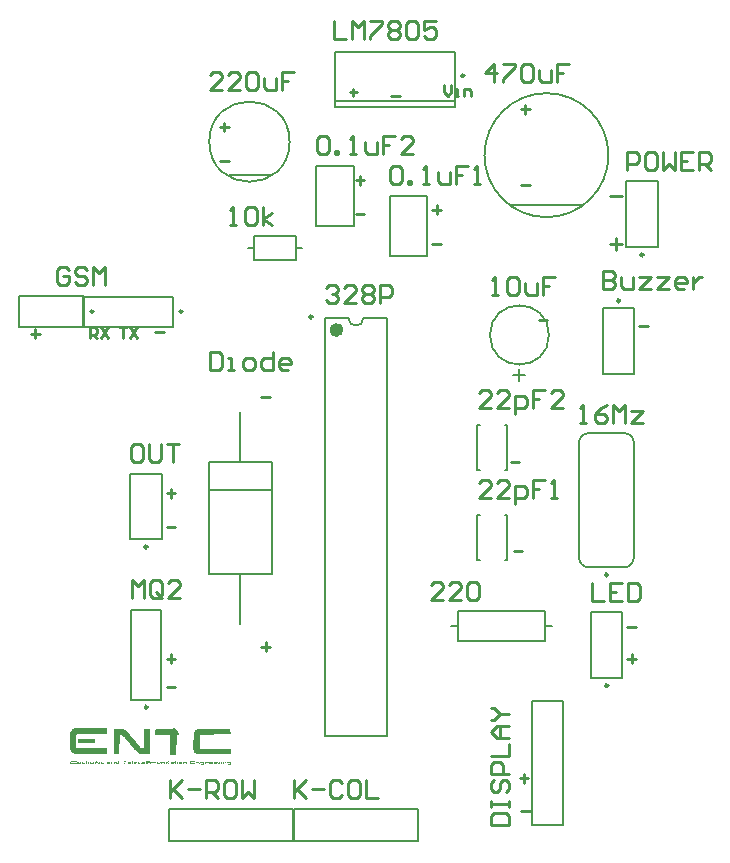
<source format=gto>
G04*
G04 #@! TF.GenerationSoftware,Altium Limited,Altium Designer,22.5.1 (42)*
G04*
G04 Layer_Color=65535*
%FSLAX44Y44*%
%MOMM*%
G71*
G04*
G04 #@! TF.SameCoordinates,3BE08D2E-9295-4D5D-90EC-08E0B097B468*
G04*
G04*
G04 #@! TF.FilePolarity,Positive*
G04*
G01*
G75*
%ADD10C,0.2500*%
%ADD11C,0.2000*%
%ADD12C,0.6000*%
%ADD13C,0.1500*%
%ADD14C,0.2540*%
G36*
X154299Y107493D02*
X154604Y107188D01*
X155368Y106729D01*
X155979Y106118D01*
X156208Y106042D01*
X156361Y105736D01*
X156819Y105278D01*
X157125Y104514D01*
X157278Y104208D01*
X157736Y103139D01*
X157583Y102069D01*
X157049Y101840D01*
X156590Y101993D01*
X156055Y101764D01*
X155903Y101153D01*
X155750Y84805D01*
X155521Y84576D01*
X151549D01*
X150938Y84729D01*
X150708Y84958D01*
X150555Y101000D01*
X150174Y101382D01*
X138104Y101535D01*
X137875Y101764D01*
X138028Y106042D01*
X138257Y106271D01*
X152465Y106424D01*
X152771Y107188D01*
X153229Y107646D01*
X154299Y107493D01*
D02*
G37*
G36*
X86465Y98021D02*
X86694Y97792D01*
X86542Y95195D01*
Y95042D01*
X86465Y94812D01*
X85854Y94660D01*
X84785Y94812D01*
X73097Y94736D01*
X72792Y94889D01*
X72639Y96111D01*
X72792Y96569D01*
X72639Y97639D01*
X72792Y97944D01*
X73021Y98174D01*
X86465Y98021D01*
D02*
G37*
G36*
X96854Y107188D02*
X97007Y103368D01*
X97083Y102986D01*
X96701Y102451D01*
X71340Y102299D01*
X70806Y101306D01*
X70958Y91222D01*
X71340Y90688D01*
X72410Y90535D01*
X96854Y90382D01*
X97083Y90153D01*
X97160Y86104D01*
X96854Y85646D01*
X96243Y85493D01*
X69812Y85646D01*
X68743Y86104D01*
X67750Y86486D01*
X67215Y87021D01*
X66910Y87174D01*
X66680Y87403D01*
X66528Y87708D01*
X66069Y88167D01*
X65917Y89236D01*
X65611Y90458D01*
X65764Y103292D01*
X65917Y103750D01*
X66069Y104667D01*
X66299Y105049D01*
X66604Y105201D01*
X67063Y105965D01*
X67521Y106118D01*
X67597Y106194D01*
X67826Y106424D01*
X68132Y106576D01*
X68438Y106882D01*
X69965Y107035D01*
X70424Y107188D01*
X71493Y107340D01*
X96319Y107417D01*
X96854Y107188D01*
D02*
G37*
G36*
X201507Y106729D02*
X201583Y102222D01*
X201354Y101993D01*
X198604D01*
X175993Y101840D01*
X175458Y101611D01*
X175306Y101000D01*
X175458Y90611D01*
X175840Y90229D01*
X176451Y90076D01*
X201507Y89924D01*
X201736Y89694D01*
X201660Y88396D01*
X201736Y85722D01*
X201354Y85035D01*
X199368Y85188D01*
X174465Y85340D01*
X174007Y85493D01*
X172938Y85646D01*
X172021Y86257D01*
X171715Y86410D01*
X170875Y87250D01*
X170569Y88014D01*
X170264Y88319D01*
X170111Y89389D01*
X170264Y103750D01*
X170569Y104056D01*
X170722Y104361D01*
X171104Y105201D01*
X171410Y105354D01*
X172021Y105965D01*
X172785Y106271D01*
X173396Y106424D01*
X173701Y106729D01*
X175229Y106882D01*
X201507Y106729D01*
D02*
G37*
G36*
X103882Y106882D02*
X110604Y106729D01*
X111368Y106271D01*
X112208Y106042D01*
X112896Y105354D01*
X113431Y105125D01*
X113583Y104819D01*
X113813Y104590D01*
X114118Y104438D01*
X114347Y104208D01*
X114500Y103903D01*
X115264Y103139D01*
X115417Y102833D01*
X116028Y102222D01*
X116180Y101917D01*
X116639Y101611D01*
X116792Y101306D01*
X117403Y100694D01*
X117556Y100389D01*
X118167Y99778D01*
X118319Y99472D01*
X118625Y99319D01*
X118778Y99014D01*
X119389Y98403D01*
X119542Y98097D01*
X120306Y97333D01*
X120458Y97028D01*
X121069Y96417D01*
X121222Y96111D01*
X121680Y95806D01*
X121833Y95500D01*
X122444Y94889D01*
X122597Y94583D01*
X123361Y93819D01*
X123514Y93514D01*
X124125Y92903D01*
X124278Y92597D01*
X124889Y91986D01*
X124965Y91757D01*
X125271Y91604D01*
X126035Y90840D01*
X127104Y90229D01*
X127563Y90076D01*
X128326Y90229D01*
X128555Y90458D01*
X128479Y106576D01*
X128785Y106882D01*
X132986Y106958D01*
X133521Y106729D01*
X133597Y85569D01*
X133368Y85188D01*
X132757Y85035D01*
X131840Y85188D01*
X131687D01*
X126187Y85340D01*
X125729Y85493D01*
X124583Y85722D01*
X124049Y86104D01*
X122979Y86715D01*
X121069Y88625D01*
X120917Y88931D01*
X120153Y89694D01*
X120000Y90000D01*
X119694Y90153D01*
X119542Y90458D01*
X118931Y91069D01*
X118778Y91375D01*
X118167Y91986D01*
X118014Y92292D01*
X117403Y92903D01*
X117250Y93208D01*
X116639Y93819D01*
X116486Y94125D01*
X115264Y95347D01*
X115111Y95653D01*
X114500Y96264D01*
X114347Y96569D01*
X113736Y97181D01*
X113583Y97486D01*
X112972Y98097D01*
X112819Y98403D01*
X112056Y99167D01*
X111979Y99396D01*
X111674Y99549D01*
X111292Y100083D01*
X110681Y100694D01*
X110604Y100924D01*
X109840Y101382D01*
X109535Y101687D01*
X108007Y101993D01*
X107625Y101611D01*
X107472Y85264D01*
X106632Y85035D01*
X105104Y85188D01*
X103042Y85111D01*
X102736Y85264D01*
X102583Y85875D01*
X102736Y106806D01*
X103424Y107035D01*
X103882Y106882D01*
D02*
G37*
G36*
X168660Y79535D02*
X169271Y79688D01*
X171410Y79535D01*
X171486Y79153D01*
X171257Y78924D01*
X168431Y79000D01*
X167819Y78389D01*
X167972Y77931D01*
X168201Y77701D01*
X168660Y77549D01*
X169118Y77701D01*
X171562Y77549D01*
X171792Y77319D01*
X171562Y76937D01*
X170951Y76785D01*
X167437D01*
X167208Y77014D01*
X167132Y77701D01*
X167208Y78694D01*
X167055Y79153D01*
X167285Y79688D01*
X167896Y79840D01*
X168660Y79535D01*
D02*
G37*
G36*
X138639Y78847D02*
X138715Y78313D01*
X138639Y77778D01*
X138792Y77319D01*
X138410Y76785D01*
X138104Y76937D01*
X137875Y78236D01*
X137646Y78465D01*
X137340Y78313D01*
X137111Y78083D01*
X136958Y76861D01*
X136576Y76785D01*
X136347Y77014D01*
X136194Y78236D01*
X135965Y78465D01*
X135201Y78160D01*
X134514Y78083D01*
X134667Y77319D01*
X134285Y76937D01*
X133674Y77090D01*
X133444Y77319D01*
X133597Y77931D01*
X133521Y78160D01*
X132910Y78313D01*
X132299Y78160D01*
X132069Y77931D01*
X132146Y77243D01*
X131993Y76937D01*
X131458Y77014D01*
X131306Y78236D01*
X131076Y78465D01*
X130771Y78313D01*
X130542Y78083D01*
X130389Y76861D01*
X130007Y76785D01*
X129778Y77014D01*
X129625Y78083D01*
X129778Y78542D01*
X129931Y78847D01*
X130160Y79076D01*
X131382Y78924D01*
X131840Y79076D01*
X132451Y78924D01*
X132757D01*
X132833Y79000D01*
X132910Y79076D01*
X134285Y78465D01*
X134590Y78618D01*
X134896Y78924D01*
X135583Y79000D01*
X136271Y78924D01*
X136729Y79076D01*
X137799Y78924D01*
X138257Y79076D01*
X138639Y78847D01*
D02*
G37*
G36*
X74931D02*
Y78542D01*
Y78389D01*
X74472Y77931D01*
X74625Y77625D01*
X74778Y77167D01*
X74701Y76937D01*
X72944Y76861D01*
X72639Y77014D01*
X72486Y77625D01*
X72410Y78465D01*
X72868Y78924D01*
X74014Y78847D01*
X74396Y79076D01*
X74931Y78847D01*
D02*
G37*
G36*
X67521Y79535D02*
X67979Y79688D01*
X70271Y79535D01*
X70347Y79153D01*
X70118Y78924D01*
X69736Y78847D01*
X67750Y79000D01*
X67215Y79076D01*
X66986Y78847D01*
X66833Y78236D01*
X66986Y77778D01*
X67521Y77549D01*
X67979Y77701D01*
X70424Y77549D01*
X70500Y77167D01*
X70118Y76785D01*
X66299D01*
X66069Y77014D01*
X65917Y77625D01*
X66069Y79611D01*
X66757Y79840D01*
X67521Y79535D01*
D02*
G37*
G36*
X186993Y78924D02*
X187069Y78389D01*
X186764Y78083D01*
X186917Y77014D01*
X185542Y76861D01*
X185160Y76785D01*
X184319Y77319D01*
X184090Y77090D01*
X183632Y76937D01*
X183250Y77319D01*
X183556Y77931D01*
X183479Y78007D01*
X182715Y78313D01*
X182104Y78465D01*
X181340Y78160D01*
X181111Y77931D01*
X180958Y77014D01*
X180424Y76937D01*
X180042Y77167D01*
X180118Y78160D01*
X180042Y78542D01*
X180271Y78771D01*
X182257Y78924D01*
X183097Y79000D01*
X183632Y78618D01*
X184090Y78465D01*
X185160Y78924D01*
X186076Y78771D01*
X186382Y79076D01*
X186993Y78924D01*
D02*
G37*
G36*
X107243Y79382D02*
X107319Y78542D01*
X107167Y78083D01*
X107014Y76861D01*
X104799Y76785D01*
X104264Y77167D01*
Y77319D01*
X104187Y77396D01*
X104111Y78542D01*
X104646Y79076D01*
X105486Y78847D01*
X105715Y78771D01*
X106556Y79306D01*
X106632Y79535D01*
X107243Y79382D01*
D02*
G37*
G36*
X89597Y78694D02*
X89521Y78160D01*
X89062D01*
X87993Y78618D01*
X87305Y78083D01*
X87382Y77090D01*
X87076Y76785D01*
X86542Y77014D01*
X86389Y77625D01*
X86313Y78007D01*
X86618Y78771D01*
X87382Y79076D01*
X88146Y78771D01*
X88910Y79076D01*
X89597Y78694D01*
D02*
G37*
G36*
X150021Y78924D02*
X150250Y78847D01*
X150097Y78542D01*
X149563Y78465D01*
X149410Y78618D01*
X149104Y78465D01*
X149028Y78389D01*
X148799Y78160D01*
X148417Y78083D01*
X148188Y78618D01*
X148493Y79076D01*
X150021Y78924D01*
D02*
G37*
G36*
X111521Y79688D02*
X114042Y79764D01*
X114347Y79458D01*
X114271Y79076D01*
X113354D01*
X112590Y78924D01*
X112132Y78465D01*
X111826Y78618D01*
X111368Y79076D01*
X110146Y79229D01*
X110069Y79458D01*
X110451Y79840D01*
X111521Y79688D01*
D02*
G37*
G36*
X94333Y78847D02*
X94180Y78542D01*
X93340Y78465D01*
X93035Y78618D01*
X92500Y78236D01*
X92653Y77625D01*
X92806Y77472D01*
X92882Y77396D01*
X94028Y77472D01*
X94486Y77319D01*
X94333Y76861D01*
X92424Y76785D01*
X91736Y77167D01*
X91583Y77778D01*
X91736Y78694D01*
X91965Y78924D01*
X94333Y78847D01*
D02*
G37*
G36*
X124354Y78924D02*
X124507D01*
X125194Y78847D01*
X125118Y78465D01*
X123743Y78313D01*
X123285Y78160D01*
X123208Y78694D01*
X123590Y79076D01*
X124354Y78924D01*
D02*
G37*
G36*
X122444Y78847D02*
X122597Y78236D01*
X121451Y78160D01*
X121069Y78542D01*
X121146Y78771D01*
X121833Y79000D01*
X121910Y79076D01*
X122444Y78847D01*
D02*
G37*
G36*
X85854Y78465D02*
X85701Y78160D01*
X85090Y78313D01*
X84479Y78618D01*
X83792Y78236D01*
X83868Y77549D01*
X84479Y77396D01*
X85090Y77549D01*
X85549Y77701D01*
X85778Y77625D01*
X85625Y76861D01*
X85549Y76785D01*
X83410Y76937D01*
X82875Y77472D01*
X82799Y78465D01*
X82951Y78771D01*
X84021Y78924D01*
X85625Y79000D01*
X85854Y78465D01*
D02*
G37*
G36*
X190736Y78847D02*
X190583Y78236D01*
X190431Y77778D01*
X190583Y77167D01*
X190201Y76785D01*
X189590Y76937D01*
X188062Y77090D01*
X187833Y77319D01*
X187757Y78465D01*
X188062Y78924D01*
X188979Y78771D01*
X189056Y78389D01*
X188903Y77931D01*
X188979Y77701D01*
X189896Y77854D01*
X189972Y77931D01*
X189667Y78236D01*
X189514Y78694D01*
X189743Y78924D01*
X190354Y79076D01*
X190507D01*
X190736Y78847D01*
D02*
G37*
G36*
X117174Y78924D02*
X117403Y78694D01*
X117097Y77778D01*
X117250Y77167D01*
X117021Y76937D01*
X116868D01*
X116715Y76785D01*
X116257Y76937D01*
X114729Y77090D01*
X114500Y77778D01*
X114653Y78694D01*
X114882Y78924D01*
X115799Y78771D01*
X115875Y78542D01*
X115569Y78236D01*
X115646Y77701D01*
X116562Y77854D01*
X116639Y77931D01*
X116333Y78236D01*
X116180Y78694D01*
X116562Y79076D01*
X117174Y78924D01*
D02*
G37*
G36*
X154069Y78847D02*
X154146Y78465D01*
X153993Y77854D01*
X153917Y77625D01*
X154069Y77319D01*
X153687Y76785D01*
X152160Y76937D01*
X151701Y76785D01*
X151090Y76937D01*
X151014Y77472D01*
X151319Y78236D01*
X151396Y78771D01*
X151854Y78924D01*
X152236Y78694D01*
X152083Y77931D01*
X152465Y77549D01*
X152924Y77701D01*
X153000Y78389D01*
X152847Y78694D01*
X153000Y78847D01*
X153076Y78924D01*
X153687Y79076D01*
X154069Y78847D01*
D02*
G37*
G36*
X99833Y78694D02*
X99681Y77014D01*
X99451Y76785D01*
X97924Y76937D01*
X97465Y76785D01*
X97160Y76937D01*
X96931Y77167D01*
X97083Y77778D01*
X97236Y78236D01*
X97312Y78771D01*
X97847Y78847D01*
X98306Y78542D01*
X97924Y78160D01*
X97847Y78083D01*
X98000Y77778D01*
X98535Y77549D01*
X98917Y77931D01*
X98764Y78236D01*
X98611Y78694D01*
X98840Y78924D01*
X99451Y79076D01*
X99833Y78694D01*
D02*
G37*
G36*
X200056D02*
X199597Y77778D01*
X199521Y77701D01*
X199368Y77396D01*
X198833Y77625D01*
X198681Y78236D01*
X198833Y78847D01*
X199521Y79076D01*
X200056Y78694D01*
D02*
G37*
G36*
X160639Y78847D02*
X160792Y78236D01*
X160639Y77931D01*
Y77778D01*
X160486Y77014D01*
X160257Y76785D01*
X157965Y76937D01*
X157736Y77167D01*
X157660Y78465D01*
X157812Y78924D01*
X158424Y79076D01*
X158958Y78847D01*
X158806Y78542D01*
X158500Y78236D01*
X158653Y77625D01*
X158882Y77396D01*
X159646Y77549D01*
X159875Y77778D01*
X159722Y78389D01*
X159417Y78694D01*
X159493Y78924D01*
X160104Y79076D01*
X160639Y78847D01*
D02*
G37*
G36*
X142305D02*
X142458Y78236D01*
X142153Y77014D01*
X141924Y76785D01*
X140625Y76861D01*
X139785Y76785D01*
X139403Y77167D01*
X139250Y77778D01*
X139403Y78847D01*
X139632Y79076D01*
X140167Y78847D01*
X140319Y77625D01*
X140549Y77396D01*
X141313Y77549D01*
X141542Y77778D01*
Y78236D01*
Y78389D01*
X141618Y78924D01*
X142076Y79076D01*
X142305Y78847D01*
D02*
G37*
G36*
X128938Y78924D02*
X129167Y78694D01*
X129090Y77701D01*
X129167Y77319D01*
X128785Y76785D01*
X126340Y76937D01*
X126111Y77625D01*
X126264Y78847D01*
X126493Y79076D01*
X127028Y79000D01*
X127104Y78924D01*
X127486Y78847D01*
X127333Y78542D01*
X127028Y78236D01*
X127181Y77472D01*
X128021Y77396D01*
X128403Y77778D01*
X128250Y78236D01*
X127792Y78694D01*
X128021Y78924D01*
X128632Y79076D01*
X128938Y78924D01*
D02*
G37*
G36*
X172861Y77319D02*
Y77167D01*
X172479Y77090D01*
X172403Y77472D01*
X172632Y77549D01*
X172861Y77319D01*
D02*
G37*
G36*
X112361Y77931D02*
X112437Y77396D01*
X112285Y77090D01*
X111750Y77167D01*
Y77931D01*
X111826Y78007D01*
X112132Y78160D01*
X112361Y77931D01*
D02*
G37*
G36*
X201660Y78924D02*
X201889Y78236D01*
X201736Y77778D01*
X201660Y76174D01*
X201049Y76021D01*
X200285Y76326D01*
X199215Y76174D01*
X198986Y76250D01*
X199139Y76861D01*
X199826Y77090D01*
X200590Y76937D01*
X200819Y77167D01*
X200972Y77778D01*
X200514Y78847D01*
X200819Y79000D01*
X200896Y79076D01*
X201660Y78924D01*
D02*
G37*
G36*
X196389Y78694D02*
X195931Y78236D01*
Y78083D01*
X195778Y77625D01*
X195701Y76937D01*
X195090Y77090D01*
X195014Y78847D01*
X195701Y79076D01*
X196389Y78694D01*
D02*
G37*
G36*
X177521Y78771D02*
X177979Y78924D01*
X179049Y78771D01*
X179125Y77014D01*
X178743Y76174D01*
X177139Y76250D01*
X176299Y76174D01*
X176069Y76403D01*
X176222Y76708D01*
X176604Y77090D01*
X177368D01*
X177444Y77014D01*
X177521Y76937D01*
X178055Y77319D01*
X178208Y77778D01*
X177750Y78542D01*
X177368Y78618D01*
X176451Y77701D01*
X176069Y77931D01*
X175917Y78389D01*
X176146Y78924D01*
X176757Y79076D01*
X177521Y78771D01*
D02*
G37*
G36*
X145896Y78924D02*
X145972Y78847D01*
X146049Y77243D01*
X145896Y76937D01*
X145285Y77090D01*
X145208Y77625D01*
X145361Y77778D01*
X144750Y78694D01*
X144826Y78924D01*
X145437Y79076D01*
X145896Y78924D01*
D02*
G37*
G36*
X103271D02*
X103500Y78694D01*
X103347Y77625D01*
X103500Y77167D01*
X103271Y76937D01*
X102736Y77014D01*
X102583Y78236D01*
X102278Y78542D01*
Y78694D01*
X102354Y78924D01*
X102965Y79076D01*
X103271Y78924D01*
D02*
G37*
G36*
X90819Y78847D02*
X90896Y77243D01*
X90819Y77167D01*
X90743Y76937D01*
X89979Y77090D01*
X89750Y77472D01*
X90056Y77778D01*
X90285Y78618D01*
X90437Y78924D01*
X90819Y78847D01*
D02*
G37*
G36*
X71722Y79611D02*
X71875Y79000D01*
X72028Y78236D01*
X72181Y77931D01*
X71646Y76937D01*
X71493D01*
X71111Y77319D01*
X71264Y78389D01*
X71111Y79458D01*
X71340Y79688D01*
X71722Y79611D01*
D02*
G37*
G36*
X120535Y78924D02*
X120764Y78694D01*
X120458Y77931D01*
X120840Y77549D01*
X121451Y77701D01*
X122139Y77319D01*
X121986Y77014D01*
X121910Y76937D01*
X121757D01*
X119847Y76861D01*
X119542Y77167D01*
X119694Y78847D01*
X119924Y79076D01*
X120535Y78924D01*
D02*
G37*
G36*
X197840D02*
X198069Y78694D01*
X198146Y77243D01*
X198069Y77167D01*
X197917Y76861D01*
X197535Y76785D01*
X197306Y77014D01*
X197153Y78236D01*
X196847Y78542D01*
X196924Y78924D01*
X197535Y79076D01*
X197840Y78924D01*
D02*
G37*
G36*
X194326D02*
X194555Y77167D01*
X194174Y76785D01*
X194021D01*
X193715Y76937D01*
X193563Y78160D01*
X193486Y78847D01*
X193715Y79076D01*
X194326Y78924D01*
D02*
G37*
G36*
X192493D02*
X192722Y78694D01*
X192264Y77931D01*
X192111Y76861D01*
X191729Y76785D01*
X191347Y77167D01*
Y77778D01*
Y77931D01*
X191500Y78847D01*
X192188Y79076D01*
X192493Y78924D01*
D02*
G37*
G36*
X173549D02*
X173701Y78771D01*
X174160Y78924D01*
X175229Y78771D01*
X175458Y78083D01*
X175306Y77014D01*
X175076Y76785D01*
X174618Y76937D01*
X174465Y78160D01*
X174160Y78465D01*
X173930Y78542D01*
X173854Y78618D01*
X172479Y78007D01*
X172250Y78236D01*
X172403Y78847D01*
X172632Y79076D01*
X173549Y78924D01*
D02*
G37*
G36*
X164305Y78847D02*
X164458Y78236D01*
X164305Y77014D01*
X164076Y76785D01*
X163542Y77014D01*
X163389Y78236D01*
X163083Y78542D01*
X163160Y78924D01*
X163771Y79076D01*
X163924D01*
X164305Y78847D01*
D02*
G37*
G36*
X162396Y78924D02*
X162472Y78847D01*
X162625Y78694D01*
X162167Y77931D01*
X162014Y76861D01*
X161632Y76785D01*
X161250Y77167D01*
X161403Y78847D01*
X161632Y79076D01*
X162396Y78924D01*
D02*
G37*
G36*
X156972Y78847D02*
X157049Y77243D01*
X156972Y77167D01*
Y77014D01*
X156743Y76785D01*
X156361Y76861D01*
X156208Y77472D01*
X156361Y77931D01*
X156055Y78694D01*
X156590Y79229D01*
X156972Y78847D01*
D02*
G37*
G36*
X155368Y79688D02*
X155597Y79458D01*
X155521Y77701D01*
X155597Y77319D01*
X155215Y76785D01*
X154910Y76937D01*
X154681Y77625D01*
X154833Y77931D01*
X154681Y78389D01*
X154833Y79611D01*
X154986Y79764D01*
X155063Y79840D01*
X155368Y79688D01*
D02*
G37*
G36*
X148951Y77549D02*
X149563Y77396D01*
X149868Y77549D01*
X150403Y77167D01*
X150021Y76785D01*
X148340Y76937D01*
X148111Y77319D01*
X148264Y77625D01*
X148340Y77701D01*
X148646Y77854D01*
X148951Y77549D01*
D02*
G37*
G36*
X147271Y79076D02*
X147500Y78847D01*
X147653Y77931D01*
X147576Y77854D01*
X147424Y77090D01*
X147118Y76785D01*
X146660Y76937D01*
X146583Y78694D01*
X146965Y79229D01*
X147271Y79076D01*
D02*
G37*
G36*
X144062Y78924D02*
X144292Y78694D01*
X143833Y77931D01*
X143680Y76861D01*
X143299Y76785D01*
X142917Y77167D01*
Y77472D01*
Y77625D01*
X143069Y78847D01*
X143299Y79076D01*
X144062Y78924D01*
D02*
G37*
G36*
X124507Y77396D02*
X124965Y77549D01*
X125347Y77319D01*
X125194Y76861D01*
X125118Y76785D01*
X123285Y76937D01*
X123055Y77625D01*
X123743Y77701D01*
X124507Y77396D01*
D02*
G37*
G36*
X118778Y79764D02*
X118931Y79153D01*
X118778Y77014D01*
X118549Y76785D01*
X118167Y76861D01*
X118090Y76937D01*
X118014Y79458D01*
X118243Y79840D01*
X118778Y79764D01*
D02*
G37*
G36*
X101590Y78924D02*
X101819Y78694D01*
X101514Y78389D01*
X101208Y77778D01*
X101361Y77319D01*
X101208Y77014D01*
X100979Y76785D01*
X100521Y76937D01*
X100292Y77778D01*
Y78236D01*
X100368Y78313D01*
X100597Y78847D01*
X100826Y79076D01*
X101590Y78924D01*
D02*
G37*
G36*
X81958Y78847D02*
X81806Y78389D01*
X81500Y78083D01*
X81347Y76861D01*
X80965Y76785D01*
X80736Y77014D01*
Y77931D01*
Y78083D01*
X80583Y78542D01*
X80965Y78924D01*
X81424Y79076D01*
X81958Y78847D01*
D02*
G37*
G36*
X79972Y79611D02*
X80125Y79000D01*
X79819Y76861D01*
X79437Y76785D01*
X79208Y77014D01*
Y77931D01*
Y78083D01*
X79056Y78542D01*
X79208Y79611D01*
X79590Y79840D01*
X79972Y79611D01*
D02*
G37*
G36*
X78292Y78847D02*
X78139Y78542D01*
X76611Y78389D01*
X76458Y77931D01*
X76535Y77549D01*
X77146Y77396D01*
X78063Y77549D01*
X78444Y77167D01*
X78215Y76785D01*
X76229Y76937D01*
X75542Y77472D01*
X75465Y78313D01*
X75771Y78771D01*
X76382Y78924D01*
X76840D01*
X78292Y78847D01*
D02*
G37*
%LPC*%
G36*
X73785Y78465D02*
X73403Y78236D01*
X73326Y77854D01*
X73632Y77701D01*
X73785D01*
X74167Y77778D01*
X74014Y78236D01*
X73785Y78465D01*
D02*
G37*
G36*
X185924D02*
X185618Y78313D01*
X185465Y78160D01*
X185389Y78083D01*
X185236Y77931D01*
X185924Y77701D01*
X186229Y77854D01*
X186306Y77931D01*
X185924Y78465D01*
D02*
G37*
G36*
X105715Y78618D02*
X105257Y78465D01*
X105028Y78236D01*
X105104Y77549D01*
X105715Y77396D01*
X106021D01*
X106097Y77472D01*
X106326Y77701D01*
X106632Y77854D01*
X106708Y78083D01*
X106479Y78313D01*
X105715Y78618D01*
D02*
G37*
%LPD*%
D10*
X85500Y460000D02*
G03*
X85500Y460000I-1250J0D01*
G01*
X160750Y460250D02*
G03*
X160750Y460250I-1250J0D01*
G01*
X521250Y143450D02*
G03*
X521250Y143450I-1250J0D01*
G01*
X131250Y260750D02*
G03*
X131250Y260750I-1250J0D01*
G01*
X270900Y455570D02*
G03*
X270900Y455570I-1250J0D01*
G01*
X551250Y508050D02*
G03*
X551250Y508050I-1250J0D01*
G01*
X399520Y659740D02*
G03*
X399520Y659740I-1250J0D01*
G01*
X531250Y469250D02*
G03*
X531250Y469250I-1250J0D01*
G01*
X131500Y125100D02*
G03*
X131500Y125100I-1250J0D01*
G01*
X521090Y237080D02*
G03*
X521090Y237080I-1250J0D01*
G01*
D11*
X301400Y454470D02*
G03*
X314100Y454470I6350J0D01*
G01*
X504840Y357080D02*
G03*
X496590Y348830I0J-8250D01*
G01*
X543090Y348830D02*
G03*
X534840Y357080I-8250J0D01*
G01*
X534840Y243580D02*
G03*
X543090Y251830I0J8250D01*
G01*
X496590D02*
G03*
X504840Y243580I8250J0D01*
G01*
X471180Y440190D02*
G03*
X471180Y440190I-25000J0D01*
G01*
X22100Y446800D02*
X77900D01*
X22100D02*
Y473200D01*
X77900D01*
Y446800D02*
Y473200D01*
X76900Y447300D02*
X153100D01*
X76900D02*
Y472700D01*
X153100D01*
Y447300D02*
Y472700D01*
X456550Y130000D02*
X483450D01*
X456550Y25400D02*
Y130000D01*
Y25400D02*
X483450D01*
Y130000D01*
X506800Y149800D02*
X533200D01*
Y205600D01*
X506800D02*
X533200D01*
X506800Y149800D02*
Y205600D01*
X116800Y267100D02*
X143200D01*
Y322900D01*
X116800D02*
X143200D01*
X116800Y267100D02*
Y322900D01*
X184200Y308750D02*
X235800D01*
X210000Y195300D02*
Y237500D01*
Y332500D02*
Y374700D01*
X183500Y332500D02*
X236500D01*
X183500Y237500D02*
Y332500D01*
Y237500D02*
X236500D01*
Y332500D01*
X281250Y100470D02*
Y454470D01*
X334250Y100470D02*
Y454470D01*
X281250D02*
X301400D01*
X314100D02*
X334250D01*
X281250Y100470D02*
X334250D01*
X254200Y11550D02*
Y38450D01*
X149600D02*
X254200D01*
X149600Y11550D02*
Y38450D01*
Y11550D02*
X254200D01*
X360000D02*
Y38450D01*
X255400D02*
X360000D01*
X255400Y11550D02*
Y38450D01*
Y11550D02*
X360000D01*
X536800Y514400D02*
X563200D01*
Y570200D01*
X536800D02*
X563200D01*
X536800Y514400D02*
Y570200D01*
X289770Y638140D02*
X391770D01*
X289770Y633140D02*
X391770D01*
X289770Y680140D02*
X391770D01*
X289770Y633140D02*
Y680140D01*
X391770Y633140D02*
Y680140D01*
X200080Y575860D02*
X235080D01*
X439040Y550180D02*
X499040D01*
X274095Y583540D02*
X305845D01*
X274095Y532740D02*
Y583540D01*
Y532740D02*
X305845D01*
Y583540D01*
X336325Y558140D02*
X368075D01*
X336325Y507340D02*
Y558140D01*
Y507340D02*
X368075D01*
Y558140D01*
X516800Y462900D02*
X543200D01*
X516800Y407100D02*
Y462900D01*
Y407100D02*
X543200D01*
Y462900D01*
X117300Y131500D02*
X142700D01*
Y207700D01*
X117300D02*
X142700D01*
X117300Y131500D02*
Y207700D01*
X216120Y513690D02*
X221170D01*
X257170D02*
X262220D01*
X257170Y503690D02*
Y523690D01*
X221170D02*
X257170D01*
X221170Y503690D02*
Y523690D01*
Y503690D02*
X257170D01*
X534840Y243580D02*
X534840Y243580D01*
X504840Y243580D02*
X534840D01*
X504840Y357080D02*
X534840D01*
X496590Y251830D02*
Y348830D01*
X543090Y251830D02*
Y348830D01*
X387940Y193650D02*
X394090D01*
X467790D02*
X473940D01*
X467790Y181200D02*
Y206100D01*
X394090D02*
X467790D01*
X394090Y181200D02*
Y206100D01*
Y181200D02*
X467790D01*
X410620Y325730D02*
X412820D01*
X410620Y363830D02*
X412820D01*
X433820D02*
X436020D01*
X433820Y325730D02*
X436020D01*
X410620D02*
Y363830D01*
X436020Y325730D02*
Y363830D01*
X410620Y249530D02*
X412820D01*
X410620Y287630D02*
X412820D01*
X433820D02*
X436020D01*
X433820Y249530D02*
X436020D01*
X410620D02*
Y287630D01*
X436020Y249530D02*
Y287630D01*
D12*
X294250Y444470D02*
G03*
X294250Y444470I-3000J0D01*
G01*
D13*
X251580Y603860D02*
G03*
X251580Y603860I-34000J0D01*
G01*
X521540Y592430D02*
G03*
X521540Y592430I-52500J0D01*
G01*
X446052Y401110D02*
Y411107D01*
X441054Y406108D02*
X451051D01*
D14*
X282069Y480078D02*
X284608Y482618D01*
X289687D01*
X292226Y480078D01*
Y477539D01*
X289687Y475000D01*
X287147D01*
X289687D01*
X292226Y472461D01*
Y469922D01*
X289687Y467383D01*
X284608D01*
X282069Y469922D01*
X307461Y467383D02*
X297304D01*
X307461Y477539D01*
Y480078D01*
X304922Y482618D01*
X299843D01*
X297304Y480078D01*
X312539D02*
X315078Y482618D01*
X320157D01*
X322696Y480078D01*
Y477539D01*
X320157Y475000D01*
X322696Y472461D01*
Y469922D01*
X320157Y467383D01*
X315078D01*
X312539Y469922D01*
Y472461D01*
X315078Y475000D01*
X312539Y477539D01*
Y480078D01*
X315078Y475000D02*
X320157D01*
X327774Y467383D02*
Y482618D01*
X335392D01*
X337931Y480078D01*
Y475000D01*
X335392Y472461D01*
X327774D01*
X147540Y142540D02*
X154871D01*
X82540Y437540D02*
Y446537D01*
X87038D01*
X88538Y445038D01*
Y442038D01*
X87038Y440539D01*
X82540D01*
X85539D02*
X88538Y437540D01*
X91537Y446537D02*
X97535Y437540D01*
Y446537D02*
X91537Y437540D01*
X107540Y446537D02*
X113538D01*
X110539D01*
Y437540D01*
X116537Y446537D02*
X122535Y437540D01*
Y446537D02*
X116537Y437540D01*
X302540Y645539D02*
X308538D01*
X305539Y648538D02*
Y642540D01*
X382540Y651537D02*
Y645539D01*
X385539Y642540D01*
X388538Y645539D01*
Y651537D01*
X391537Y642540D02*
X394536D01*
X393037D01*
Y648538D01*
X391537D01*
X399035Y642540D02*
Y648538D01*
X403533D01*
X405033Y647038D01*
Y642540D01*
X137540Y442540D02*
X144871D01*
X447540Y37540D02*
X454871D01*
X147540Y277540D02*
X154871D01*
X227540Y387540D02*
X234871D01*
X441204Y257627D02*
X448535D01*
X438608Y332888D02*
X445939D01*
X547540Y447540D02*
X554871D01*
X462540Y452540D02*
X469871D01*
X447540Y631205D02*
X454871D01*
X451205Y634871D02*
Y627540D01*
X372540Y546205D02*
X379871D01*
X376205Y549871D02*
Y542540D01*
X227540Y176206D02*
X234871D01*
X231206Y179871D02*
Y172540D01*
X147540Y166206D02*
X154871D01*
X151206Y169871D02*
Y162540D01*
X147540Y306206D02*
X154871D01*
X151206Y309871D02*
Y302540D01*
X32540Y441205D02*
X39871D01*
X36205Y444871D02*
Y437540D01*
X307540Y571205D02*
X314871D01*
X311206Y574871D02*
Y567540D01*
X192540Y616205D02*
X199871D01*
X196206Y619871D02*
Y612540D01*
X446326Y64755D02*
X453657D01*
X449992Y68421D02*
Y61090D01*
X537540Y166206D02*
X544871D01*
X541205Y169871D02*
Y162540D01*
X537540Y192540D02*
X544871D01*
X447540Y567540D02*
X454871D01*
X337540Y642540D02*
X344871D01*
X307540Y542540D02*
X314871D01*
X372540Y517540D02*
X379871D01*
X192540Y587540D02*
X199871D01*
X522540Y557540D02*
X532697D01*
X522540Y517618D02*
X532697D01*
X527618Y522697D02*
Y512540D01*
X64843Y495078D02*
X62304Y497617D01*
X57226D01*
X54687Y495078D01*
Y484922D01*
X57226Y482383D01*
X62304D01*
X64843Y484922D01*
Y490000D01*
X59765D01*
X80078Y495078D02*
X77539Y497617D01*
X72461D01*
X69922Y495078D01*
Y492539D01*
X72461Y490000D01*
X77539D01*
X80078Y487461D01*
Y484922D01*
X77539Y482383D01*
X72461D01*
X69922Y484922D01*
X85157Y482383D02*
Y497617D01*
X90235Y492539D01*
X95313Y497617D01*
Y482383D01*
X422383Y25486D02*
X437617D01*
Y33104D01*
X435078Y35643D01*
X424922D01*
X422383Y33104D01*
Y25486D01*
Y40721D02*
Y45799D01*
Y43260D01*
X437617D01*
Y40721D01*
Y45799D01*
X424922Y63574D02*
X422383Y61034D01*
Y55956D01*
X424922Y53417D01*
X427461D01*
X430000Y55956D01*
Y61034D01*
X432539Y63574D01*
X435078D01*
X437617Y61034D01*
Y55956D01*
X435078Y53417D01*
X437617Y68652D02*
X422383D01*
Y76270D01*
X424922Y78809D01*
X430000D01*
X432539Y76270D01*
Y68652D01*
X422383Y83887D02*
X437617D01*
Y94044D01*
Y99122D02*
X427461D01*
X422383Y104201D01*
X427461Y109279D01*
X437617D01*
X430000D01*
Y99122D01*
X422383Y114357D02*
X424922D01*
X430000Y119436D01*
X424922Y124514D01*
X422383D01*
X430000Y119436D02*
X437617D01*
X124867Y347823D02*
X119789D01*
X117250Y345284D01*
Y335127D01*
X119789Y332588D01*
X124867D01*
X127407Y335127D01*
Y345284D01*
X124867Y347823D01*
X132485D02*
Y335127D01*
X135024Y332588D01*
X140103D01*
X142642Y335127D01*
Y347823D01*
X147720D02*
X157877D01*
X152799D01*
Y332588D01*
X184052Y425547D02*
Y410312D01*
X191670D01*
X194209Y412851D01*
Y423008D01*
X191670Y425547D01*
X184052D01*
X199287Y410312D02*
X204365D01*
X201826D01*
Y420469D01*
X199287D01*
X214522Y410312D02*
X219601D01*
X222140Y412851D01*
Y417929D01*
X219601Y420469D01*
X214522D01*
X211983Y417929D01*
Y412851D01*
X214522Y410312D01*
X237375Y425547D02*
Y410312D01*
X229757D01*
X227218Y412851D01*
Y417929D01*
X229757Y420469D01*
X237375D01*
X250071Y410312D02*
X244992D01*
X242453Y412851D01*
Y417929D01*
X244992Y420469D01*
X250071D01*
X252610Y417929D01*
Y415390D01*
X242453D01*
X150016Y63597D02*
Y48362D01*
Y53440D01*
X160173Y63597D01*
X152555Y55979D01*
X160173Y48362D01*
X165251Y55979D02*
X175408D01*
X180486Y48362D02*
Y63597D01*
X188104D01*
X190643Y61058D01*
Y55979D01*
X188104Y53440D01*
X180486D01*
X185564D02*
X190643Y48362D01*
X203339Y63597D02*
X198260D01*
X195721Y61058D01*
Y50901D01*
X198260Y48362D01*
X203339D01*
X205878Y50901D01*
Y61058D01*
X203339Y63597D01*
X210956D02*
Y48362D01*
X216035Y53440D01*
X221113Y48362D01*
Y63597D01*
X255680D02*
Y48362D01*
Y53440D01*
X265837Y63597D01*
X258219Y55979D01*
X265837Y48362D01*
X270915Y55979D02*
X281072D01*
X296307Y61058D02*
X293768Y63597D01*
X288689D01*
X286150Y61058D01*
Y50901D01*
X288689Y48362D01*
X293768D01*
X296307Y50901D01*
X309003Y63597D02*
X303924D01*
X301385Y61058D01*
Y50901D01*
X303924Y48362D01*
X309003D01*
X311542Y50901D01*
Y61058D01*
X309003Y63597D01*
X316620D02*
Y48362D01*
X326777D01*
X537366Y579730D02*
Y594965D01*
X544983D01*
X547523Y592426D01*
Y587347D01*
X544983Y584808D01*
X537366D01*
X560219Y594965D02*
X555140D01*
X552601Y592426D01*
Y582269D01*
X555140Y579730D01*
X560219D01*
X562758Y582269D01*
Y592426D01*
X560219Y594965D01*
X567836D02*
Y579730D01*
X572915Y584808D01*
X577993Y579730D01*
Y594965D01*
X593228D02*
X583071D01*
Y579730D01*
X593228D01*
X583071Y587347D02*
X588150D01*
X598306Y579730D02*
Y594965D01*
X605924D01*
X608463Y592426D01*
Y587347D01*
X605924Y584808D01*
X598306D01*
X603385D02*
X608463Y579730D01*
X117758Y217272D02*
Y232507D01*
X122836Y227429D01*
X127915Y232507D01*
Y217272D01*
X143150Y219811D02*
Y229968D01*
X140611Y232507D01*
X135532D01*
X132993Y229968D01*
Y219811D01*
X135532Y217272D01*
X140611D01*
X138071Y222350D02*
X143150Y217272D01*
X140611D02*
X143150Y219811D01*
X158385Y217272D02*
X148228D01*
X158385Y227429D01*
Y229968D01*
X155846Y232507D01*
X150767D01*
X148228Y229968D01*
X289462Y705709D02*
Y690474D01*
X299619D01*
X304697D02*
Y705709D01*
X309775Y700631D01*
X314854Y705709D01*
Y690474D01*
X319932Y705709D02*
X330089D01*
Y703170D01*
X319932Y693013D01*
Y690474D01*
X335167Y703170D02*
X337706Y705709D01*
X342785D01*
X345324Y703170D01*
Y700631D01*
X342785Y698092D01*
X345324Y695552D01*
Y693013D01*
X342785Y690474D01*
X337706D01*
X335167Y693013D01*
Y695552D01*
X337706Y698092D01*
X335167Y700631D01*
Y703170D01*
X337706Y698092D02*
X342785D01*
X350402Y703170D02*
X352942Y705709D01*
X358020D01*
X360559Y703170D01*
Y693013D01*
X358020Y690474D01*
X352942D01*
X350402Y693013D01*
Y703170D01*
X375794Y705709D02*
X365637D01*
Y698092D01*
X370716Y700631D01*
X373255D01*
X375794Y698092D01*
Y693013D01*
X373255Y690474D01*
X368177D01*
X365637Y693013D01*
X507394Y230475D02*
Y215240D01*
X517551D01*
X532786Y230475D02*
X522629D01*
Y215240D01*
X532786D01*
X522629Y222857D02*
X527707D01*
X537864Y230475D02*
Y215240D01*
X545482D01*
X548021Y217779D01*
Y227936D01*
X545482Y230475D01*
X537864D01*
X517300Y494635D02*
Y479400D01*
X524917D01*
X527457Y481939D01*
Y484478D01*
X524917Y487018D01*
X517300D01*
X524917D01*
X527457Y489557D01*
Y492096D01*
X524917Y494635D01*
X517300D01*
X532535Y489557D02*
Y481939D01*
X535074Y479400D01*
X542692D01*
Y489557D01*
X547770D02*
X557927D01*
X547770Y479400D01*
X557927D01*
X563005Y489557D02*
X573162D01*
X563005Y479400D01*
X573162D01*
X585858D02*
X580779D01*
X578240Y481939D01*
Y487018D01*
X580779Y489557D01*
X585858D01*
X588397Y487018D01*
Y484478D01*
X578240D01*
X593475Y489557D02*
Y479400D01*
Y484478D01*
X596015Y487018D01*
X598554Y489557D01*
X601093D01*
X424588Y654660D02*
Y669895D01*
X416970Y662278D01*
X427127D01*
X432205Y669895D02*
X442362D01*
Y667356D01*
X432205Y657199D01*
Y654660D01*
X447440Y667356D02*
X449979Y669895D01*
X455058D01*
X457597Y667356D01*
Y657199D01*
X455058Y654660D01*
X449979D01*
X447440Y657199D01*
Y667356D01*
X462675Y664817D02*
Y657199D01*
X465214Y654660D01*
X472832D01*
Y664817D01*
X488067Y669895D02*
X477910D01*
Y662278D01*
X482989D01*
X477910D01*
Y654660D01*
X194209Y647548D02*
X184052D01*
X194209Y657705D01*
Y660244D01*
X191670Y662783D01*
X186591D01*
X184052Y660244D01*
X209444Y647548D02*
X199287D01*
X209444Y657705D01*
Y660244D01*
X206905Y662783D01*
X201826D01*
X199287Y660244D01*
X214522D02*
X217061Y662783D01*
X222140D01*
X224679Y660244D01*
Y650087D01*
X222140Y647548D01*
X217061D01*
X214522Y650087D01*
Y660244D01*
X229757Y657705D02*
Y650087D01*
X232296Y647548D01*
X239914D01*
Y657705D01*
X255149Y662783D02*
X244992D01*
Y655165D01*
X250071D01*
X244992D01*
Y647548D01*
X381153Y215748D02*
X370996D01*
X381153Y225905D01*
Y228444D01*
X378614Y230983D01*
X373535D01*
X370996Y228444D01*
X396388Y215748D02*
X386231D01*
X396388Y225905D01*
Y228444D01*
X393849Y230983D01*
X388770D01*
X386231Y228444D01*
X401466D02*
X404005Y230983D01*
X409084D01*
X411623Y228444D01*
Y218287D01*
X409084Y215748D01*
X404005D01*
X401466Y218287D01*
Y228444D01*
X422047Y378054D02*
X411890D01*
X422047Y388211D01*
Y390750D01*
X419507Y393289D01*
X414429D01*
X411890Y390750D01*
X437282Y378054D02*
X427125D01*
X437282Y388211D01*
Y390750D01*
X434743Y393289D01*
X429664D01*
X427125Y390750D01*
X442360Y372976D02*
Y388211D01*
X449978D01*
X452517Y385672D01*
Y380593D01*
X449978Y378054D01*
X442360D01*
X467752Y393289D02*
X457595D01*
Y385672D01*
X462674D01*
X457595D01*
Y378054D01*
X482987D02*
X472830D01*
X482987Y388211D01*
Y390750D01*
X480448Y393289D01*
X475369D01*
X472830Y390750D01*
X422047Y301854D02*
X411890D01*
X422047Y312011D01*
Y314550D01*
X419507Y317089D01*
X414429D01*
X411890Y314550D01*
X437282Y301854D02*
X427125D01*
X437282Y312011D01*
Y314550D01*
X434743Y317089D01*
X429664D01*
X427125Y314550D01*
X442360Y296776D02*
Y312011D01*
X449978D01*
X452517Y309471D01*
Y304393D01*
X449978Y301854D01*
X442360D01*
X467752Y317089D02*
X457595D01*
Y309471D01*
X462674D01*
X457595D01*
Y301854D01*
X472830D02*
X477909D01*
X475369D01*
Y317089D01*
X472830Y314550D01*
X497742Y365862D02*
X502820D01*
X500281D01*
Y381097D01*
X497742Y378558D01*
X520595Y381097D02*
X515516Y378558D01*
X510438Y373479D01*
Y368401D01*
X512977Y365862D01*
X518055D01*
X520595Y368401D01*
Y370940D01*
X518055Y373479D01*
X510438D01*
X525673Y365862D02*
Y381097D01*
X530751Y376019D01*
X535830Y381097D01*
Y365862D01*
X540908Y376019D02*
X551065D01*
X540908Y365862D01*
X551065D01*
X422558Y474066D02*
X427636D01*
X425097D01*
Y489301D01*
X422558Y486762D01*
X435254D02*
X437793Y489301D01*
X442871D01*
X445411Y486762D01*
Y476605D01*
X442871Y474066D01*
X437793D01*
X435254Y476605D01*
Y486762D01*
X450489Y484223D02*
Y476605D01*
X453028Y474066D01*
X460646D01*
Y484223D01*
X475881Y489301D02*
X465724D01*
Y481684D01*
X470802D01*
X465724D01*
Y474066D01*
X201070Y533248D02*
X206148D01*
X203609D01*
Y548483D01*
X201070Y545944D01*
X213766D02*
X216305Y548483D01*
X221383D01*
X223923Y545944D01*
Y535787D01*
X221383Y533248D01*
X216305D01*
X213766Y535787D01*
Y545944D01*
X229001Y533248D02*
Y548483D01*
Y538326D02*
X236618Y543405D01*
X229001Y538326D02*
X236618Y533248D01*
X274730Y605888D02*
X277269Y608427D01*
X282348D01*
X284887Y605888D01*
Y595731D01*
X282348Y593192D01*
X277269D01*
X274730Y595731D01*
Y605888D01*
X289965Y593192D02*
Y595731D01*
X292504D01*
Y593192D01*
X289965D01*
X302661D02*
X307739D01*
X305200D01*
Y608427D01*
X302661Y605888D01*
X315357Y603349D02*
Y595731D01*
X317896Y593192D01*
X325514D01*
Y603349D01*
X340749Y608427D02*
X330592D01*
Y600810D01*
X335670D01*
X330592D01*
Y593192D01*
X355984D02*
X345827D01*
X355984Y603349D01*
Y605888D01*
X353445Y608427D01*
X348366D01*
X345827Y605888D01*
X336960Y580488D02*
X339499Y583027D01*
X344577D01*
X347117Y580488D01*
Y570331D01*
X344577Y567792D01*
X339499D01*
X336960Y570331D01*
Y580488D01*
X352195Y567792D02*
Y570331D01*
X354734D01*
Y567792D01*
X352195D01*
X364891D02*
X369969D01*
X367430D01*
Y583027D01*
X364891Y580488D01*
X377587Y577949D02*
Y570331D01*
X380126Y567792D01*
X387744D01*
Y577949D01*
X402979Y583027D02*
X392822D01*
Y575410D01*
X397900D01*
X392822D01*
Y567792D01*
X408057D02*
X413135D01*
X410596D01*
Y583027D01*
X408057Y580488D01*
M02*

</source>
